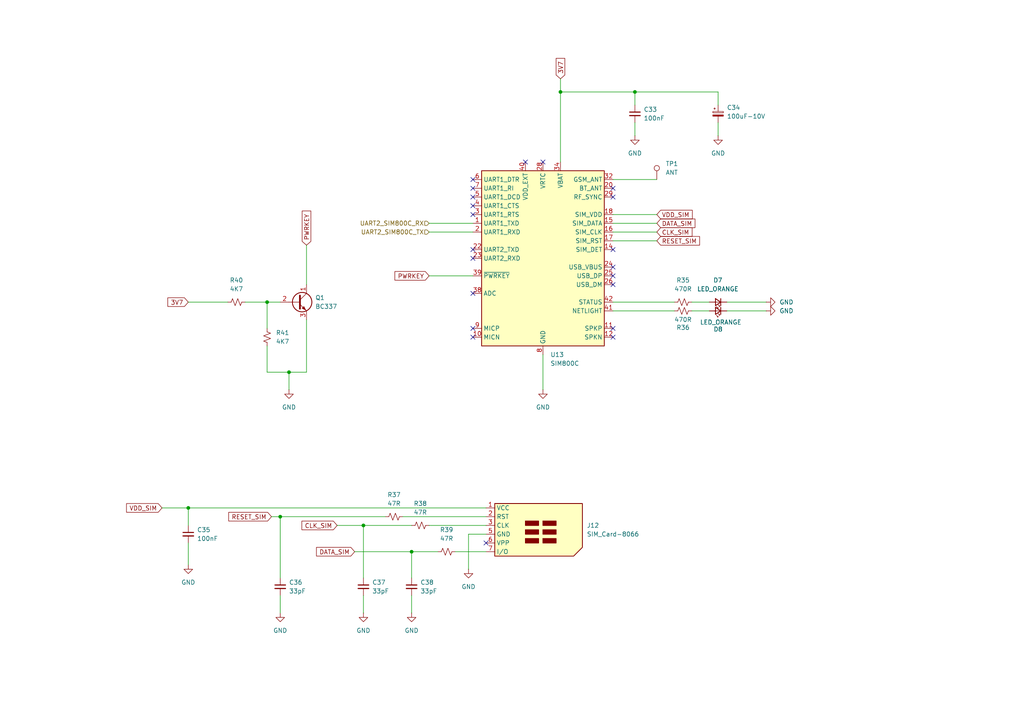
<source format=kicad_sch>
(kicad_sch (version 20250114) (generator "eeschema") (generator_version "9.0")
  (paper "A4")
  (lib_symbols
    (symbol "Connector:SIM_Card"
      (property "Reference" "J" (at -2.54 12.7 0))
      (property "Value" "SIM_Card" (at -1.27 10.16 0))
      (symbol "SIM_Card_0_1"
        (polyline (pts (xy -10.16 8.89) (xy 15.24 8.89) (xy 15.24 -3.81) (xy 12.7 -6.35) (xy -10.16 -6.35) (xy -10.16 8.89)) (stroke (width 0.254)) (fill (type background)))
        (rectangle (start -1.27 2.54) (end 2.54 3.81) (stroke (width 0.254)) (fill (type outline)))
        (rectangle (start -1.27 0) (end 2.54 1.27) (stroke (width 0.254)) (fill (type outline)))
        (rectangle (start -1.27 -2.54) (end 2.54 -1.27) (stroke (width 0.254)) (fill (type outline)))
        (rectangle (start 3.81 2.54) (end 7.62 3.81) (stroke (width 0.254)) (fill (type outline)))
        (rectangle (start 3.81 0) (end 7.62 1.27) (stroke (width 0.254)) (fill (type outline)))
        (rectangle (start 3.81 -1.27) (end 7.62 -2.54) (stroke (width 0.254)) (fill (type outline)))
      )
      (symbol "SIM_Card_1_1"
        (pin power_in line (at -12.7 7.62 0) (length 2.54) (name "VCC") (number "1"))
        (pin input line (at -12.7 5.08 0) (length 2.54) (name "RST") (number "2"))
        (pin input line (at -12.7 2.54 0) (length 2.54) (name "CLK") (number "3"))
        (pin power_in line (at -12.7 0 0) (length 2.54) (name "GND") (number "5"))
        (pin input line (at -12.7 -2.54 0) (length 2.54) (name "VPP") (number "6"))
        (pin bidirectional line (at -12.7 -5.08 0) (length 2.54) (name "I/O") (number "7"))
      )
    )
    (symbol "Connector:TestPoint" (pin_numbers (hide yes)) (pin_names (offset 0.762) (hide yes))
      (property "Reference" "TP" (at 0 6.858 0))
      (property "Value" "TestPoint" (at 0 5.08 0))
      (symbol "TestPoint_0_1"
        (circle (center 0 3.302) (radius 0.762))
      )
      (symbol "TestPoint_1_1"
        (pin passive line (at 0 0 90) (length 2.54) (name "1") (number "1"))
      )
    )
    (symbol "Device:C_Polarized_Small" (pin_numbers (hide yes)) (pin_names (offset 0.254) (hide yes))
      (property "Reference" "C" (at 0.254 1.778 0))
      (property "Value" "C_Polarized_Small" (at 0.254 -2.032 0))
      (symbol "C_Polarized_Small_0_1"
        (rectangle (start -1.524 0.6858) (end 1.524 0.3048))
        (rectangle (start -1.524 -0.3048) (end 1.524 -0.6858) (fill (type outline)))
        (polyline (pts (xy -1.27 1.524) (xy -0.762 1.524)))
        (polyline (pts (xy -1.016 1.27) (xy -1.016 1.778)))
      )
      (symbol "C_Polarized_Small_1_1"
        (pin passive line (at 0 2.54 270) (length 1.8542) (name "~") (number "1"))
        (pin passive line (at 0 -2.54 90) (length 1.8542) (name "~") (number "2"))
      )
    )
    (symbol "Device:C_Small" (pin_numbers (hide yes)) (pin_names (offset 0.254) (hide yes))
      (property "Reference" "C" (at 0.254 1.778 0))
      (property "Value" "C_Small" (at 0.254 -2.032 0))
      (symbol "C_Small_0_1"
        (polyline (pts (xy -1.524 0.508) (xy 1.524 0.508)) (stroke (width 0.3048)))
        (polyline (pts (xy -1.524 -0.508) (xy 1.524 -0.508)) (stroke (width 0.3302)))
      )
      (symbol "C_Small_1_1"
        (pin passive line (at 0 2.54 270) (length 2.032) (name "~") (number "1"))
        (pin passive line (at 0 -2.54 90) (length 2.032) (name "~") (number "2"))
      )
    )
    (symbol "Device:LED_Small" (pin_numbers (hide yes)) (pin_names (offset 0.254) (hide yes))
      (property "Reference" "D" (at -1.27 3.175 0))
      (property "Value" "LED_Small" (at -4.445 -2.54 0))
      (symbol "LED_Small_0_1"
        (polyline (pts (xy -0.762 -1.016) (xy -0.762 1.016)) (stroke (width 0.254)))
        (polyline (pts (xy 0 0.762) (xy -0.508 1.27) (xy -0.254 1.27) (xy -0.508 1.27) (xy -0.508 1.016)))
        (polyline (pts (xy 0.508 1.27) (xy 0 1.778) (xy 0.254 1.778) (xy 0 1.778) (xy 0 1.524)))
        (polyline (pts (xy 0.762 -1.016) (xy -0.762 0) (xy 0.762 1.016) (xy 0.762 -1.016)) (stroke (width 0.254)))
        (polyline (pts (xy 1.016 0) (xy -0.762 0)))
      )
      (symbol "LED_Small_1_1"
        (pin passive line (at -2.54 0 0) (length 1.778) (name "K") (number "1"))
        (pin passive line (at 2.54 0 180) (length 1.778) (name "A") (number "2"))
      )
    )
    (symbol "Device:R_Small_US" (pin_numbers (hide yes)) (pin_names (offset 0.254) (hide yes))
      (property "Reference" "R" (at 0.762 0.508 0))
      (property "Value" "R_Small_US" (at 0.762 -1.016 0))
      (symbol "R_Small_US_1_1"
        (polyline (pts (xy 0 1.524) (xy 1.016 1.143) (xy 0 0.762) (xy -1.016 0.381) (xy 0 0)))
        (polyline (pts (xy 0 0) (xy 1.016 -0.381) (xy 0 -0.762) (xy -1.016 -1.143) (xy 0 -1.524)))
        (pin passive line (at 0 2.54 270) (length 1.016) (name "~") (number "1"))
        (pin passive line (at 0 -2.54 90) (length 1.016) (name "~") (number "2"))
      )
    )
    (symbol "RF_GSM:SIM800C"
      (property "Reference" "U" (at -15.24 26.67 0))
      (property "Value" "SIM800C" (at 12.7 26.67 0))
      (symbol "SIM800C_0_1"
        (rectangle (start -17.78 25.4) (end 17.78 -25.4) (stroke (width 0.254)) (fill (type background)))
      )
      (symbol "SIM800C_1_1"
        (pin input line (at -20.32 22.86 0) (length 2.54) (name "UART1_DTR") (number "6"))
        (pin output line (at -20.32 20.32 0) (length 2.54) (name "UART1_RI") (number "7"))
        (pin output line (at -20.32 17.78 0) (length 2.54) (name "UART1_DCD") (number "5"))
        (pin output line (at -20.32 15.24 0) (length 2.54) (name "UART1_CTS") (number "4"))
        (pin input line (at -20.32 12.7 0) (length 2.54) (name "UART1_RTS") (number "3"))
        (pin output line (at -20.32 10.16 0) (length 2.54) (name "UART1_TXD") (number "1"))
        (pin input line (at -20.32 7.62 0) (length 2.54) (name "UART1_RXD") (number "2"))
        (pin output line (at -20.32 2.54 0) (length 2.54) (name "UART2_TXD") (number "22"))
        (pin input line (at -20.32 0 0) (length 2.54) (name "UART2_RXD") (number "23"))
        (pin input line (at -20.32 -5.08 0) (length 2.54) (name "~{PWRKEY}") (number "39"))
        (pin input line (at -20.32 -10.16 0) (length 2.54) (name "ADC") (number "38"))
        (pin input line (at -20.32 -20.32 0) (length 2.54) (name "MICP") (number "9"))
        (pin input line (at -20.32 -22.86 0) (length 2.54) (name "MICN") (number "10"))
        (pin power_out line (at -5.08 27.94 270) (length 2.54) (name "VDD_EXT") (number "40"))
        (pin power_in line (at 0 27.94 270) (length 2.54) (name "VRTC") (number "28"))
        (pin passive line (at 0 -27.94 90) (length 2.54) (hide yes) (name "GND") (number "13"))
        (pin passive line (at 0 -27.94 90) (length 2.54) (hide yes) (name "GND") (number "19"))
        (pin passive line (at 0 -27.94 90) (length 2.54) (hide yes) (name "GND") (number "21"))
        (pin passive line (at 0 -27.94 90) (length 2.54) (hide yes) (name "GND") (number "27"))
        (pin passive line (at 0 -27.94 90) (length 2.54) (hide yes) (name "GND") (number "30"))
        (pin passive line (at 0 -27.94 90) (length 2.54) (hide yes) (name "GND") (number "31"))
        (pin passive line (at 0 -27.94 90) (length 2.54) (hide yes) (name "GND") (number "33"))
        (pin passive line (at 0 -27.94 90) (length 2.54) (hide yes) (name "GND") (number "36"))
        (pin passive line (at 0 -27.94 90) (length 2.54) (hide yes) (name "GND") (number "37"))
        (pin power_in line (at 0 -27.94 90) (length 2.54) (name "GND") (number "8"))
        (pin power_in line (at 5.08 27.94 270) (length 2.54) (name "VBAT") (number "34"))
        (pin passive line (at 5.08 27.94 270) (length 2.54) (hide yes) (name "VBAT") (number "35"))
        (pin passive line (at 20.32 22.86 180) (length 2.54) (name "GSM_ANT") (number "32"))
        (pin passive line (at 20.32 20.32 180) (length 2.54) (name "BT_ANT") (number "20"))
        (pin output line (at 20.32 17.78 180) (length 2.54) (name "RF_SYNC") (number "29"))
        (pin power_out line (at 20.32 12.7 180) (length 2.54) (name "SIM_VDD") (number "18"))
        (pin bidirectional line (at 20.32 10.16 180) (length 2.54) (name "SIM_DATA") (number "15"))
        (pin output line (at 20.32 7.62 180) (length 2.54) (name "SIM_CLK") (number "16"))
        (pin output line (at 20.32 5.08 180) (length 2.54) (name "SIM_RST") (number "17"))
        (pin input line (at 20.32 2.54 180) (length 2.54) (name "SIM_DET") (number "14"))
        (pin input line (at 20.32 -2.54 180) (length 2.54) (name "USB_VBUS") (number "24"))
        (pin bidirectional line (at 20.32 -5.08 180) (length 2.54) (name "USB_DP") (number "25"))
        (pin bidirectional line (at 20.32 -7.62 180) (length 2.54) (name "USB_DM") (number "26"))
        (pin output line (at 20.32 -12.7 180) (length 2.54) (name "STATUS") (number "42"))
        (pin output line (at 20.32 -15.24 180) (length 2.54) (name "NETLIGHT") (number "41"))
        (pin output line (at 20.32 -20.32 180) (length 2.54) (name "SPKP") (number "11"))
        (pin output line (at 20.32 -22.86 180) (length 2.54) (name "SPKN") (number "12"))
      )
    )
    (symbol "Transistor_BJT:BC337" (pin_names (offset 0) (hide yes))
      (property "Reference" "Q" (at 5.08 1.905 0))
      (property "Value" "BC337" (at 5.08 0 0))
      (symbol "BC337_0_1"
        (polyline (pts (xy -2.54 0) (xy 0.635 0)))
        (polyline (pts (xy 0.635 1.905) (xy 0.635 -1.905)) (stroke (width 0.508)))
        (circle (center 1.27 0) (radius 2.8194) (stroke (width 0.254)))
      )
      (symbol "BC337_1_1"
        (polyline (pts (xy 0.635 0.635) (xy 2.54 2.54)))
        (polyline (pts (xy 0.635 -0.635) (xy 2.54 -2.54)))
        (polyline (pts (xy 1.27 -1.778) (xy 1.778 -1.27) (xy 2.286 -2.286) (xy 1.27 -1.778)) (fill (type outline)))
        (pin input line (at -5.08 0 0) (length 2.54) (name "B") (number "2"))
        (pin passive line (at 2.54 5.08 270) (length 2.54) (name "C") (number "1"))
        (pin passive line (at 2.54 -5.08 90) (length 2.54) (name "E") (number "3"))
      )
    )
    (symbol "power:GND" (power) (pin_numbers (hide yes)) (pin_names (offset 0) (hide yes))
      (property "Value" "GND" (at 0 -3.81 0))
      (symbol "GND_0_1"
        (polyline (pts (xy 0 0) (xy 0 -1.27) (xy 1.27 -1.27) (xy 0 -2.54) (xy -1.27 -1.27) (xy 0 -1.27)))
      )
      (symbol "GND_1_1"
        (pin power_in line (at 0 0 270) (length 0) (name "~") (number "1"))
      )
    )
  )
  (junction (at 54.61 147.32))
  (junction (at 105.41 152.4))
  (junction (at 162.56 26.67))
  (junction (at 184.15 26.67))
  (junction (at 119.38 160.02))
  (junction (at 77.47 87.63))
  (junction (at 81.28 149.86))
  (junction (at 83.82 107.95))
  (no_connect (at 177.8 54.61))
  (no_connect (at 140.97 157.48))
  (no_connect (at 137.16 57.15))
  (no_connect (at 137.16 74.93))
  (no_connect (at 177.8 97.79))
  (no_connect (at 177.8 77.47))
  (no_connect (at 152.4 46.99))
  (no_connect (at 177.8 82.55))
  (no_connect (at 157.48 46.99))
  (no_connect (at 137.16 52.07))
  (no_connect (at 177.8 72.39))
  (no_connect (at 137.16 72.39))
  (no_connect (at 137.16 59.69))
  (no_connect (at 137.16 95.25))
  (no_connect (at 177.8 57.15))
  (no_connect (at 177.8 95.25))
  (no_connect (at 137.16 62.23))
  (no_connect (at 137.16 85.09))
  (no_connect (at 137.16 54.61))
  (no_connect (at 177.8 80.01))
  (no_connect (at 137.16 97.79))
  (wire (pts (xy 135.89 154.94) (xy 135.89 165.1)))
  (wire (pts (xy 78.74 149.86) (xy 81.28 149.86)))
  (wire (pts (xy 162.56 22.86) (xy 162.56 26.67)))
  (wire (pts (xy 105.41 152.4) (xy 105.41 167.64)))
  (wire (pts (xy 210.82 87.63) (xy 222.25 87.63)))
  (wire (pts (xy 119.38 160.02) (xy 127 160.02)))
  (wire (pts (xy 184.15 26.67) (xy 208.28 26.67)))
  (wire (pts (xy 102.87 160.02) (xy 119.38 160.02)))
  (wire (pts (xy 81.28 172.72) (xy 81.28 177.8)))
  (wire (pts (xy 162.56 26.67) (xy 162.56 46.99)))
  (wire (pts (xy 77.47 100.33) (xy 77.47 107.95)))
  (wire (pts (xy 200.66 87.63) (xy 205.74 87.63)))
  (wire (pts (xy 177.8 52.07) (xy 190.5 52.07)))
  (wire (pts (xy 210.82 90.17) (xy 222.25 90.17)))
  (wire (pts (xy 140.97 154.94) (xy 135.89 154.94)))
  (wire (pts (xy 177.8 69.85) (xy 190.5 69.85)))
  (wire (pts (xy 88.9 71.12) (xy 88.9 82.55)))
  (wire (pts (xy 162.56 26.67) (xy 184.15 26.67)))
  (wire (pts (xy 124.46 80.01) (xy 137.16 80.01)))
  (wire (pts (xy 77.47 87.63) (xy 77.47 95.25)))
  (wire (pts (xy 124.46 67.31) (xy 137.16 67.31)))
  (wire (pts (xy 119.38 172.72) (xy 119.38 177.8)))
  (wire (pts (xy 105.41 152.4) (xy 119.38 152.4)))
  (wire (pts (xy 157.48 102.87) (xy 157.48 113.03)))
  (wire (pts (xy 77.47 87.63) (xy 81.28 87.63)))
  (wire (pts (xy 97.79 152.4) (xy 105.41 152.4)))
  (wire (pts (xy 177.8 62.23) (xy 190.5 62.23)))
  (wire (pts (xy 54.61 147.32) (xy 140.97 147.32)))
  (wire (pts (xy 184.15 30.48) (xy 184.15 26.67)))
  (wire (pts (xy 54.61 157.48) (xy 54.61 163.83)))
  (wire (pts (xy 177.8 67.31) (xy 190.5 67.31)))
  (wire (pts (xy 200.66 90.17) (xy 205.74 90.17)))
  (wire (pts (xy 208.28 26.67) (xy 208.28 30.48)))
  (wire (pts (xy 81.28 149.86) (xy 81.28 167.64)))
  (wire (pts (xy 54.61 87.63) (xy 66.04 87.63)))
  (wire (pts (xy 54.61 147.32) (xy 54.61 152.4)))
  (wire (pts (xy 177.8 90.17) (xy 195.58 90.17)))
  (wire (pts (xy 116.84 149.86) (xy 140.97 149.86)))
  (wire (pts (xy 132.08 160.02) (xy 140.97 160.02)))
  (wire (pts (xy 177.8 87.63) (xy 195.58 87.63)))
  (wire (pts (xy 177.8 64.77) (xy 190.5 64.77)))
  (wire (pts (xy 88.9 92.71) (xy 88.9 107.95)))
  (wire (pts (xy 71.12 87.63) (xy 77.47 87.63)))
  (wire (pts (xy 124.46 64.77) (xy 137.16 64.77)))
  (wire (pts (xy 83.82 107.95) (xy 83.82 113.03)))
  (wire (pts (xy 88.9 107.95) (xy 83.82 107.95)))
  (wire (pts (xy 46.99 147.32) (xy 54.61 147.32)))
  (wire (pts (xy 119.38 160.02) (xy 119.38 167.64)))
  (wire (pts (xy 124.46 152.4) (xy 140.97 152.4)))
  (wire (pts (xy 83.82 107.95) (xy 77.47 107.95)))
  (wire (pts (xy 105.41 172.72) (xy 105.41 177.8)))
  (wire (pts (xy 208.28 35.56) (xy 208.28 39.37)))
  (wire (pts (xy 81.28 149.86) (xy 111.76 149.86)))
  (wire (pts (xy 184.15 35.56) (xy 184.15 39.37)))
  (global_label "VDD_SIM" (shape input) (at 190.5 62.23 0) (property "Intersheetrefs" "${INTERSHEET_REFS}" (effects (hide yes))))
  (global_label "DATA_SIM" (shape input) (at 190.5 64.77 0) (property "Intersheetrefs" "${INTERSHEET_REFS}" (effects (hide yes))))
  (global_label "PWRKEY" (shape input) (at 88.9 71.12 90) (property "Intersheetrefs" "${INTERSHEET_REFS}" (effects (hide yes))))
  (global_label "RESET_SIM" (shape input) (at 190.5 69.85 0) (property "Intersheetrefs" "${INTERSHEET_REFS}" (effects (hide yes))))
  (global_label "DATA_SIM" (shape input) (at 102.87 160.02 180) (property "Intersheetrefs" "${INTERSHEET_REFS}" (effects (hide yes))))
  (global_label "PWRKEY" (shape input) (at 124.46 80.01 180) (property "Intersheetrefs" "${INTERSHEET_REFS}" (effects (hide yes))))
  (global_label "CLK_SIM" (shape input) (at 97.79 152.4 180) (property "Intersheetrefs" "${INTERSHEET_REFS}" (effects (hide yes))))
  (global_label "3V7" (shape input) (at 162.56 22.86 90) (property "Intersheetrefs" "${INTERSHEET_REFS}" (effects (hide yes))))
  (global_label "3V7" (shape input) (at 54.61 87.63 180) (property "Intersheetrefs" "${INTERSHEET_REFS}" (effects (hide yes))))
  (global_label "RESET_SIM" (shape input) (at 78.74 149.86 180) (property "Intersheetrefs" "${INTERSHEET_REFS}" (effects (hide yes))))
  (global_label "VDD_SIM" (shape input) (at 46.99 147.32 180) (property "Intersheetrefs" "${INTERSHEET_REFS}" (effects (hide yes))))
  (global_label "CLK_SIM" (shape input) (at 190.5 67.31 0) (property "Intersheetrefs" "${INTERSHEET_REFS}" (effects (hide yes))))
  (hierarchical_label "UART2_SIM800C_TX" (shape input) (at 124.46 67.31 180))
  (hierarchical_label "UART2_SIM800C_RX" (shape input) (at 124.46 64.77 180))
  (symbol (lib_id "power:GND") (at 83.82 113.03 0) (unit 1)
    (property "Reference" "#PWR056" (effects (hide yes)))
    (property "Value" "GND" (at 83.82 118.11 0))
    (property "Description" "Power symbol creates a global label with name \"GND\" , ground" (effects (hide yes)))
  )
  (symbol (lib_id "Device:C_Small") (at 119.38 170.18 0) (unit 1)
    (property "Reference" "C38" (at 121.92 168.9162 0) (effects (justify left)))
    (property "Value" "33pF" (at 121.92 171.4562 0) (effects (justify left)))
    (property "Footprint" "Capacitor_SMD:C_0805_2012Metric_Pad1.18x1.45mm_HandSolder" (effects (hide yes)))
    (property "Description" "Unpolarized capacitor, small symbol" (effects (hide yes)))
  )
  (symbol (lib_id "power:GND") (at 105.41 177.8 0) (unit 1)
    (property "Reference" "#PWR054" (effects (hide yes)))
    (property "Value" "GND" (at 105.41 182.88 0))
    (property "Description" "Power symbol creates a global label with name \"GND\" , ground" (effects (hide yes)))
  )
  (symbol (lib_id "Device:R_Small_US") (at 77.47 97.79 0) (unit 1)
    (property "Reference" "R41" (at 80.01 96.5199 0) (effects (justify left)))
    (property "Value" "4K7" (at 80.01 99.0599 0) (effects (justify left)))
    (property "Footprint" "Resistor_SMD:R_0805_2012Metric_Pad1.20x1.40mm_HandSolder" (effects (hide yes)))
    (property "Description" "Resistor, small US symbol" (effects (hide yes)))
  )
  (symbol (lib_id "Device:C_Small") (at 105.41 170.18 0) (unit 1)
    (property "Reference" "C37" (at 107.95 168.9162 0) (effects (justify left)))
    (property "Value" "33pF" (at 107.95 171.4562 0) (effects (justify left)))
    (property "Footprint" "Capacitor_SMD:C_0805_2012Metric_Pad1.18x1.45mm_HandSolder" (effects (hide yes)))
    (property "Description" "Unpolarized capacitor, small symbol" (effects (hide yes)))
  )
  (symbol (lib_id "Device:LED_Small") (at 208.28 90.17 180) (unit 1)
    (property "Reference" "D8" (at 208.28 95.504 0))
    (property "Value" "LED_ORANGE" (at 209.042 93.472 0))
    (property "Footprint" "LED_SMD:LED_0805_2012Metric_Pad1.15x1.40mm_HandSolder" (effects (hide yes)))
    (property "Description" "Light emitting diode, small symbol" (effects (hide yes)))
    (property "Sim.Pin" "1=K 2=A" (effects (hide yes)))
  )
  (symbol (lib_id "power:GND") (at 208.28 39.37 0) (unit 1)
    (property "Reference" "#PWR050" (effects (hide yes)))
    (property "Value" "GND" (at 208.28 44.45 0))
    (property "Description" "Power symbol creates a global label with name \"GND\" , ground" (effects (hide yes)))
  )
  (symbol (lib_id "Device:LED_Small") (at 208.28 87.63 180) (unit 1)
    (property "Reference" "D7" (at 208.2165 81.28 0))
    (property "Value" "LED_ORANGE" (at 208.2165 83.82 0))
    (property "Footprint" "LED_SMD:LED_0805_2012Metric_Pad1.15x1.40mm_HandSolder" (effects (hide yes)))
    (property "Description" "Light emitting diode, small symbol" (effects (hide yes)))
    (property "Sim.Pin" "1=K 2=A" (effects (hide yes)))
  )
  (symbol (lib_id "Transistor_BJT:BC337") (at 86.36 87.63 0) (unit 1)
    (property "Reference" "Q1" (at 91.44 86.3599 0) (effects (justify left)))
    (property "Value" "BC337" (at 91.44 88.8999 0) (effects (justify left)))
    (property "Footprint" "Package_TO_SOT_SMD:TSOT-23" (effects (hide yes)))
    (property "Datasheet" "https://diotec.com/tl_files/diotec/files/pdf/datasheets/bc337.pdf" (effects (hide yes)))
    (property "Description" "0.8A Ic, 45V Vce, NPN Transistor, TO-92" (effects (hide yes)))
  )
  (symbol (lib_id "Device:R_Small_US") (at 68.58 87.63 270) (unit 1)
    (property "Reference" "R40" (at 68.58 81.28 90))
    (property "Value" "4K7" (at 68.58 83.82 90))
    (property "Footprint" "Resistor_SMD:R_0805_2012Metric_Pad1.20x1.40mm_HandSolder" (effects (hide yes)))
    (property "Description" "Resistor, small US symbol" (effects (hide yes)))
  )
  (symbol (lib_id "Device:C_Small") (at 184.15 33.02 0) (unit 1)
    (property "Reference" "C33" (at 186.69 31.7562 0) (effects (justify left)))
    (property "Value" "100nF" (at 186.69 34.2962 0) (effects (justify left)))
    (property "Footprint" "Capacitor_SMD:C_0805_2012Metric_Pad1.18x1.45mm_HandSolder" (effects (hide yes)))
    (property "Description" "Unpolarized capacitor, small symbol" (effects (hide yes)))
  )
  (symbol (lib_id "power:GND") (at 119.38 177.8 0) (unit 1)
    (property "Reference" "#PWR055" (effects (hide yes)))
    (property "Value" "GND" (at 119.38 182.88 0))
    (property "Description" "Power symbol creates a global label with name \"GND\" , ground" (effects (hide yes)))
  )
  (symbol (lib_id "Connector:SIM_Card") (at 153.67 154.94 0) (unit 1)
    (property "Reference" "J12" (at 170.18 152.3999 0) (effects (justify left)))
    (property "Value" "SIM_Card-8066" (at 170.18 154.9399 0) (effects (justify left)))
    (property "Footprint" "My_Library:GCT_SIM8066-6-1-14-01-A_REVA" (effects (hide yes)))
    (property "Description" "SIM Card" (effects (hide yes)))
  )
  (symbol (lib_id "power:GND") (at 157.48 113.03 0) (unit 1)
    (property "Reference" "#PWR048" (effects (hide yes)))
    (property "Value" "GND" (at 157.48 118.11 0))
    (property "Description" "Power symbol creates a global label with name \"GND\" , ground" (effects (hide yes)))
  )
  (symbol (lib_id "Device:C_Small") (at 81.28 170.18 0) (unit 1)
    (property "Reference" "C36" (at 83.82 168.9162 0) (effects (justify left)))
    (property "Value" "33pF" (at 83.82 171.4562 0) (effects (justify left)))
    (property "Footprint" "Capacitor_SMD:C_0805_2012Metric_Pad1.18x1.45mm_HandSolder" (effects (hide yes)))
    (property "Description" "Unpolarized capacitor, small symbol" (effects (hide yes)))
  )
  (symbol (lib_id "Device:R_Small_US") (at 114.3 149.86 270) (unit 1)
    (property "Reference" "R37" (at 114.3 143.51 90))
    (property "Value" "47R" (at 114.3 146.05 90))
    (property "Footprint" "Resistor_SMD:R_0805_2012Metric_Pad1.20x1.40mm_HandSolder" (effects (hide yes)))
    (property "Description" "Resistor, small US symbol" (effects (hide yes)))
  )
  (symbol (lib_id "Device:C_Polarized_Small") (at 208.28 33.02 0) (unit 1)
    (property "Reference" "C34" (at 210.82 31.2038 0) (effects (justify left)))
    (property "Value" "100uF-10V" (at 210.82 33.7438 0) (effects (justify left)))
    (property "Footprint" "Capacitor_Tantalum_SMD:CP_EIA-7343-31_Kemet-D_HandSolder" (effects (hide yes)))
    (property "Description" "Polarized capacitor, small symbol" (effects (hide yes)))
  )
  (symbol (lib_id "Device:C_Small") (at 54.61 154.94 0) (unit 1)
    (property "Reference" "C35" (at 57.15 153.6762 0) (effects (justify left)))
    (property "Value" "100nF" (at 57.15 156.2162 0) (effects (justify left)))
    (property "Footprint" "Capacitor_SMD:C_0805_2012Metric_Pad1.18x1.45mm_HandSolder" (effects (hide yes)))
    (property "Description" "Unpolarized capacitor, small symbol" (effects (hide yes)))
  )
  (symbol (lib_id "Device:R_Small_US") (at 121.92 152.4 270) (unit 1)
    (property "Reference" "R38" (at 121.92 146.05 90))
    (property "Value" "47R" (at 121.92 148.59 90))
    (property "Footprint" "Resistor_SMD:R_0805_2012Metric_Pad1.20x1.40mm_HandSolder" (effects (hide yes)))
    (property "Description" "Resistor, small US symbol" (effects (hide yes)))
  )
  (symbol (lib_id "Device:R_Small_US") (at 198.12 87.63 270) (unit 1)
    (property "Reference" "R35" (at 198.12 81.28 90))
    (property "Value" "470R" (at 198.12 83.82 90))
    (property "Footprint" "Resistor_SMD:R_0805_2012Metric_Pad1.20x1.40mm_HandSolder" (effects (hide yes)))
    (property "Description" "Resistor, small US symbol" (effects (hide yes)))
  )
  (symbol (lib_id "power:GND") (at 184.15 39.37 0) (unit 1)
    (property "Reference" "#PWR049" (effects (hide yes)))
    (property "Value" "GND" (at 184.15 44.45 0))
    (property "Description" "Power symbol creates a global label with name \"GND\" , ground" (effects (hide yes)))
  )
  (symbol (lib_id "power:GND") (at 81.28 177.8 0) (unit 1)
    (property "Reference" "#PWR053" (effects (hide yes)))
    (property "Value" "GND" (at 81.28 182.88 0))
    (property "Description" "Power symbol creates a global label with name \"GND\" , ground" (effects (hide yes)))
  )
  (symbol (lib_id "Connector:TestPoint") (at 190.5 52.07 0) (unit 1)
    (property "Reference" "TP1" (at 193.04 47.4979 0) (effects (justify left)))
    (property "Value" "ANT" (at 193.04 50.0379 0) (effects (justify left)))
    (property "Footprint" "Connector_Pin:Pin_D1.0mm_L10.0mm_LooseFit" (effects (hide yes)))
    (property "Description" "test point" (effects (hide yes)))
  )
  (symbol (lib_id "Device:R_Small_US") (at 198.12 90.17 90) (unit 1)
    (property "Reference" "R36" (at 198.12 94.996 90))
    (property "Value" "470R" (at 198.12 92.71 90))
    (property "Footprint" "Resistor_SMD:R_0805_2012Metric_Pad1.20x1.40mm_HandSolder" (effects (hide yes)))
    (property "Description" "Resistor, small US symbol" (effects (hide yes)))
  )
  (symbol (lib_id "power:GND") (at 222.25 87.63 90) (unit 1)
    (property "Reference" "#PWR046" (effects (hide yes)))
    (property "Value" "GND" (at 226.06 87.6299 90) (effects (justify right)))
    (property "Description" "Power symbol creates a global label with name \"GND\" , ground" (effects (hide yes)))
  )
  (symbol (lib_id "RF_GSM:SIM800C") (at 157.48 74.93 0) (unit 1)
    (property "Reference" "U13" (at 159.6233 102.87 0) (effects (justify left)))
    (property "Value" "SIM800C" (at 159.6233 105.41 0) (effects (justify left)))
    (property "Footprint" "RF_GSM:SIMCom_SIM800C" (effects (hide yes)))
    (property "Datasheet" "http://simcom.ee/documents/SIM800C/SIM800C_Hardware_Design_V1.05.pdf" (effects (hide yes)))
    (property "Description" "GSM Quad-Band Communication Module, GPRS, Audio Engine, AT Command Set, Bluetooth is Optional" (effects (hide yes)))
  )
  (symbol (lib_id "power:GND") (at 54.61 163.83 0) (unit 1)
    (property "Reference" "#PWR052" (effects (hide yes)))
    (property "Value" "GND" (at 54.61 168.91 0))
    (property "Description" "Power symbol creates a global label with name \"GND\" , ground" (effects (hide yes)))
  )
  (symbol (lib_id "power:GND") (at 222.25 90.17 90) (unit 1)
    (property "Reference" "#PWR047" (effects (hide yes)))
    (property "Value" "GND" (at 226.06 90.1699 90) (effects (justify right)))
    (property "Description" "Power symbol creates a global label with name \"GND\" , ground" (effects (hide yes)))
  )
  (symbol (lib_id "Device:R_Small_US") (at 129.54 160.02 270) (unit 1)
    (property "Reference" "R39" (at 129.54 153.67 90))
    (property "Value" "47R" (at 129.54 156.21 90))
    (property "Footprint" "Resistor_SMD:R_0805_2012Metric_Pad1.20x1.40mm_HandSolder" (effects (hide yes)))
    (property "Description" "Resistor, small US symbol" (effects (hide yes)))
  )
  (symbol (lib_id "power:GND") (at 135.89 165.1 0) (unit 1)
    (property "Reference" "#PWR051" (effects (hide yes)))
    (property "Value" "GND" (at 135.89 170.18 0))
    (property "Description" "Power symbol creates a global label with name \"GND\" , ground" (effects (hide yes)))
  )
)
</source>
